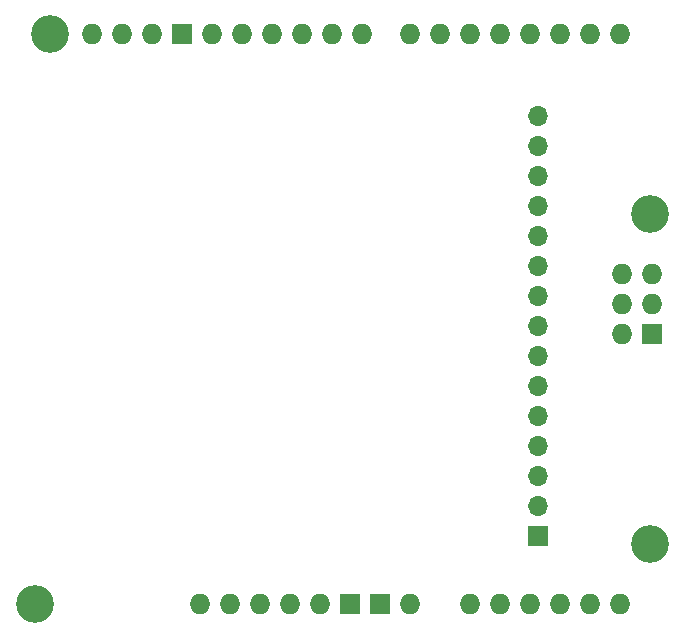
<source format=gbr>
%TF.GenerationSoftware,KiCad,Pcbnew,7.0.1*%
%TF.CreationDate,2023-04-03T11:52:18-04:00*%
%TF.ProjectId,panel-tester_arduino-uno,70616e65-6c2d-4746-9573-7465725f6172,rev?*%
%TF.SameCoordinates,Original*%
%TF.FileFunction,Soldermask,Bot*%
%TF.FilePolarity,Negative*%
%FSLAX46Y46*%
G04 Gerber Fmt 4.6, Leading zero omitted, Abs format (unit mm)*
G04 Created by KiCad (PCBNEW 7.0.1) date 2023-04-03 11:52:18*
%MOMM*%
%LPD*%
G01*
G04 APERTURE LIST*
%ADD10O,1.727200X1.727200*%
%ADD11R,1.727200X1.727200*%
%ADD12C,3.200000*%
%ADD13R,1.700000X1.700000*%
%ADD14O,1.700000X1.700000*%
G04 APERTURE END LIST*
D10*
%TO.C,XA1*%
X213279881Y-82750000D03*
X188895881Y-34490000D03*
X186355881Y-34490000D03*
X231186881Y-57350000D03*
X231186881Y-59890000D03*
X200579881Y-82750000D03*
X233726881Y-57350000D03*
X231186881Y-54810000D03*
X198039881Y-82750000D03*
D11*
X233726881Y-59890000D03*
X210739881Y-82750000D03*
X208199881Y-82750000D03*
X193975881Y-34490000D03*
D10*
X196515881Y-34490000D03*
X199055881Y-34490000D03*
X201595881Y-34490000D03*
X204135881Y-34490000D03*
X206675881Y-34490000D03*
X209215881Y-34490000D03*
X213279881Y-34490000D03*
X215819881Y-34490000D03*
X218359881Y-34490000D03*
X220899881Y-34490000D03*
X223439881Y-34490000D03*
X225979881Y-34490000D03*
X228519881Y-34490000D03*
X231059881Y-34490000D03*
X191435881Y-34490000D03*
X231059881Y-82750000D03*
X228519881Y-82750000D03*
X225979881Y-82750000D03*
X223439881Y-82750000D03*
X220899881Y-82750000D03*
X218359881Y-82750000D03*
X233726881Y-54810000D03*
X205659881Y-82750000D03*
X203119881Y-82750000D03*
X195499881Y-82750000D03*
D12*
X233599881Y-77670000D03*
X181529881Y-82750000D03*
X182799881Y-34490000D03*
X233599881Y-49730000D03*
%TD*%
D13*
%TO.C,J1*%
X224105000Y-77000000D03*
D14*
X224105000Y-74460000D03*
X224105000Y-71920000D03*
X224105000Y-69380000D03*
X224105000Y-66840000D03*
X224105000Y-64300000D03*
X224105000Y-61760000D03*
X224105000Y-59220000D03*
X224105000Y-56680000D03*
X224105000Y-54140000D03*
X224105000Y-51600000D03*
X224105000Y-49060000D03*
X224105000Y-46520000D03*
X224105000Y-43980000D03*
X224105000Y-41440000D03*
%TD*%
M02*

</source>
